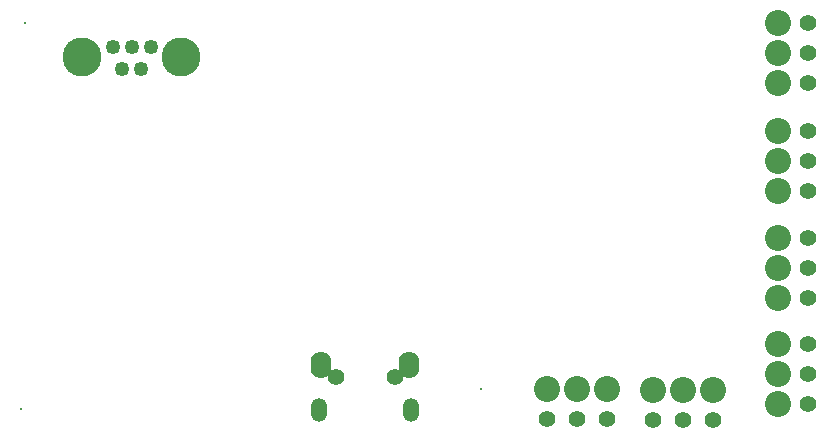
<source format=gbr>
%TF.GenerationSoftware,Altium Limited,Altium Designer,25.4.2 (15)*%
G04 Layer_Color=16711935*
%FSLAX45Y45*%
%MOMM*%
%TF.SameCoordinates,9A986A7D-484F-4AC0-AE4B-942BB78B8B2C*%
%TF.FilePolarity,Negative*%
%TF.FileFunction,Soldermask,Bot*%
%TF.Part,Single*%
G01*
G75*
%TA.AperFunction,ComponentPad*%
%ADD76C,1.40320*%
%ADD77C,2.20320*%
%ADD78C,1.40000*%
%ADD79O,1.35320X2.00320*%
%ADD80O,1.75000X2.30000*%
%ADD81C,3.30320*%
%ADD82C,1.25320*%
%ADD83C,0.20320*%
D76*
X13703700Y7937500D02*
D03*
Y7683500D02*
D03*
Y7429500D02*
D03*
X12389000Y5492300D02*
D03*
X12643000D02*
D03*
X12897000D02*
D03*
X13703700Y6527800D02*
D03*
Y6781800D02*
D03*
Y7035800D02*
D03*
Y5626100D02*
D03*
Y5880100D02*
D03*
Y6134100D02*
D03*
Y8343500D02*
D03*
Y8597500D02*
D03*
Y8851500D02*
D03*
X11487700Y5503000D02*
D03*
X11741700D02*
D03*
X11995700D02*
D03*
D77*
X13449699Y7937500D02*
D03*
Y7683500D02*
D03*
Y7429500D02*
D03*
X12389000Y5746300D02*
D03*
X12643000D02*
D03*
X12897000D02*
D03*
X13449699Y6527800D02*
D03*
Y6781800D02*
D03*
Y7035800D02*
D03*
Y5626100D02*
D03*
Y5880100D02*
D03*
Y6134100D02*
D03*
Y8343500D02*
D03*
Y8597500D02*
D03*
Y8851500D02*
D03*
X11487700Y5757000D02*
D03*
X11741700D02*
D03*
X11995700D02*
D03*
D78*
X10199971Y5854989D02*
D03*
X9699971D02*
D03*
D79*
X10337472Y5579988D02*
D03*
X9562471D02*
D03*
D80*
X10322471Y5959988D02*
D03*
X9577472D02*
D03*
D81*
X7554341Y8564610D02*
D03*
X8394341D02*
D03*
D82*
X7814341Y8654610D02*
D03*
X7894341Y8464610D02*
D03*
X7974341Y8654610D02*
D03*
X8054341Y8464610D02*
D03*
X8134341Y8654610D02*
D03*
D83*
X7072500Y8858500D02*
D03*
X7037500Y5583500D02*
D03*
X10935300Y5758500D02*
D03*
%TF.MD5,4a9de82ba0c07bbbbd7fed62aeb7fc25*%
M02*

</source>
